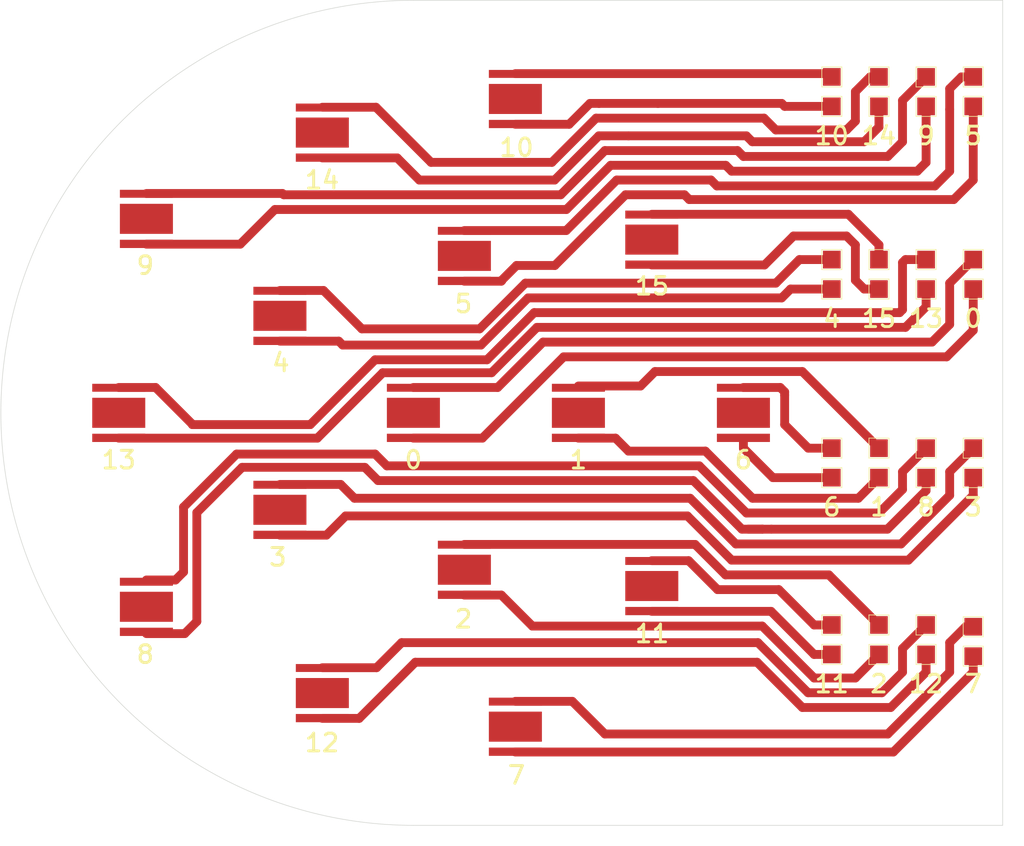
<source format=kicad_pcb>
(kicad_pcb (version 20211014) (generator pcbnew)
  (layers (0 "F.Cu" signal) (31 "B.Cu" signal) (34 "B.Paste" user) (35 "F.Paste" user) (36 "B.SilkS" user "B.Silkscreen") (37 "F.SilkS" user "F.Silkscreen") (38 "B.Mask" user) (39 "F.Mask" user) (44 "Edge.Cuts" user))
  (net 0 "")
  (net 1 "/LED0+")
  (net 2 "/LED0-")
  (net 3 "/LED1+")
  (net 4 "/LED1-")
  (net 5 "/LED2+")
  (net 6 "/LED2-")
  (net 7 "/LED3+")
  (net 8 "/LED3-")
  (net 9 "/LED4+")
  (net 10 "/LED4-")
  (net 11 "/LED5+")
  (net 12 "/LED5-")
  (net 13 "/LED6+")
  (net 14 "/LED6-")
  (net 15 "/LED7+")
  (net 16 "/LED7-")
  (net 17 "/LED8+")
  (net 18 "/LED8-")
  (net 19 "/LED9+")
  (net 20 "/LED9-")
  (net 21 "/LED10+")
  (net 22 "/LED10-")
  (net 23 "/LED11+")
  (net 24 "/LED11-")
  (net 25 "/LED12+")
  (net 26 "/LED12-")
  (net 27 "/LED13+")
  (net 28 "/LED13-")
  (net 29 "/LED14+")
  (net 30 "/LED14-")
  (net 31 "/LED15+")
  (net 32 "/LED15-")
  (footprint "custom_lib:SBM-120-UV" (layer "F.Cu") (at 137.304952 153.259165)
    (fp_text reference "U8" hide)
    (fp_text value "SBM-120-UV")
    (pad "1" smd custom (at 0.00025 -3.92475) (size 9 0.7) (layers "F.Cu" "F.Paste" "F.Mask") (net 15 "/LED7+") (options (clearance outline) (anchor rect)) (primitives (gr_poly (pts (xy 3.8 -0.35) (xy -4.5 -0.35) (xy -4.5 -1) (xy 3.8 -1)) (width 0.001) (fill yes))))
    (pad "2" smd rect (at 0 4.25) (size 9 1.4) (layers "F.Cu" "F.Paste" "F.Mask") (net 16 "/LED7-"))
    (pad "3" smd rect (at 0 0) (size 9 5.1) (layers "F.Cu" "F.Paste" "F.Mask"))
  )
  (footprint "custom_lib:SBM-120-UV" (layer "F.Cu") (at 128.652476 126.629582)
    (fp_text reference "U3" hide)
    (fp_text value "SBM-120-UV")
    (pad "1" smd custom (at 0.00025 -3.92475) (size 9 0.7) (layers "F.Cu" "F.Paste" "F.Mask") (net 5 "/LED2+") (options (clearance outline) (anchor rect)) (primitives (gr_poly (pts (xy 3.8 -0.35) (xy -4.5 -0.35) (xy -4.5 -1) (xy 3.8 -1)) (width 0.001) (fill yes))))
    (pad "2" smd rect (at 0 4.25) (size 9 1.4) (layers "F.Cu" "F.Paste" "F.Mask") (net 6 "/LED2-"))
    (pad "3" smd rect (at 0 0) (size 9 5.1) (layers "F.Cu" "F.Paste" "F.Mask"))
  )
  (footprint "TestPoint:TestPoint_Pad_3.0x3.0mm" (layer "F.Cu") (at 207 43)
    (fp_text reference "J19" hide)
    (fp_text value "LED9+")
    (fp_line (start -1.7 -1.7) (end 1.7 -1.7) (layer "F.SilkS") (width 0.12))
    (fp_line (start 1.7 1.7) (end -1.7 1.7) (layer "F.SilkS") (width 0.12))
    (fp_line (start -1.7 1.7) (end -1.7 -1.7) (layer "F.SilkS") (width 0.12))
    (fp_line (start 1.7 -1.7) (end 1.7 1.7) (layer "F.SilkS") (width 0.12))
    (pad "1" smd rect (at 0 0) (size 3 3) (layers "F.Cu" "F.Mask") (net 19 "/LED9+"))
  )
  (footprint "MountingHole:MountingHole_3.2mm_M3" (layer "F.Cu") (at 114 76)
    (fp_text reference "H10" hide)
    (fp_text value "MountingHole")
    (pad "" np_thru_hole circle (at 0 0) (size 3.2 3.2) (drill 3.2) (layers *.Cu *.Mask))
  )
  (footprint "custom_lib:SBM-120-UV" (layer "F.Cu") (at 120 100)
    (fp_text reference "U1" hide)
    (fp_text value "SBM-120-UV")
    (pad "1" smd custom (at 0.00025 -3.92475) (size 9 0.7) (layers "F.Cu" "F.Paste" "F.Mask") (net 1 "/LED0+") (options (clearance outline) (anchor rect)) (primitives (gr_poly (pts (xy 3.8 -0.35) (xy -4.5 -0.35) (xy -4.5 -1) (xy 3.8 -1)) (width 0.001) (fill yes))))
    (pad "2" smd rect (at 0 4.25) (size 9 1.4) (layers "F.Cu" "F.Paste" "F.Mask") (net 2 "/LED0-"))
    (pad "3" smd rect (at 0 0) (size 9 5.1) (layers "F.Cu" "F.Paste" "F.Mask"))
  )
  (footprint "custom_lib:SBM-120-UV" (layer "F.Cu") (at 104.54915 52.447174)
    (fp_text reference "U15" hide)
    (fp_text value "SBM-120-UV")
    (pad "1" smd custom (at 0.00025 -3.92475) (size 9 0.7) (layers "F.Cu" "F.Paste" "F.Mask") (net 29 "/LED14+") (options (clearance outline) (anchor rect)) (primitives (gr_poly (pts (xy 3.8 -0.35) (xy -4.5 -0.35) (xy -4.5 -1) (xy 3.8 -1)) (width 0.001) (fill yes))))
    (pad "2" smd rect (at 0 4.25) (size 9 1.4) (layers "F.Cu" "F.Paste" "F.Mask") (net 30 "/LED14-"))
    (pad "3" smd rect (at 0 0) (size 9 5.1) (layers "F.Cu" "F.Paste" "F.Mask"))
  )
  (footprint "MountingHole:MountingHole_3.2mm_M3" (layer "F.Cu") (at 120 165)
    (fp_text reference "H7" hide)
    (fp_text value "MountingHole")
    (pad "" np_thru_hole circle (at 0 0) (size 3.2 3.2) (drill 3.2) (layers *.Cu *.Mask))
  )
  (footprint "TestPoint:TestPoint_Pad_3.0x3.0mm" (layer "F.Cu") (at 191 43)
    (fp_text reference "J21" hide)
    (fp_text value "LED10+")
    (fp_line (start 1.7 1.7) (end -1.7 1.7) (layer "F.SilkS") (width 0.12))
    (fp_line (start 1.7 -1.7) (end 1.7 1.7) (layer "F.SilkS") (width 0.12))
    (fp_line (start -1.7 1.7) (end -1.7 -1.7) (layer "F.SilkS") (width 0.12))
    (fp_line (start -1.7 -1.7) (end 1.7 -1.7) (layer "F.SilkS") (width 0.12))
    (pad "1" smd rect (at 0 0) (size 3 3) (layers "F.Cu" "F.Mask") (net 21 "/LED10+"))
  )
  (footprint "custom_lib:SBM-120-UV" (layer "F.Cu") (at 148 100)
    (fp_text reference "U2" hide)
    (fp_text value "SBM-120-UV")
    (pad "1" smd custom (at 0.00025 -3.92475) (size 9 0.7) (layers "F.Cu" "F.Paste" "F.Mask") (net 3 "/LED1+") (options (clearance outline) (anchor rect)) (primitives (gr_poly (pts (xy 3.8 -0.35) (xy -4.5 -0.35) (xy -4.5 -1) (xy 3.8 -1)) (width 0.001) (fill yes))))
    (pad "2" smd rect (at 0 4.25) (size 9 1.4) (layers "F.Cu" "F.Paste" "F.Mask") (net 4 "/LED1-"))
    (pad "3" smd rect (at 0 0) (size 9 5.1) (layers "F.Cu" "F.Paste" "F.Mask"))
  )
  (footprint "MountingHole:MountingHole_3.2mm_M3" (layer "F.Cu") (at 74.038059 145.961941)
    (fp_text reference "H8" hide)
    (fp_text value "MountingHole")
    (pad "" np_thru_hole circle (at 0 0) (size 3.2 3.2) (drill 3.2) (layers *.Cu *.Mask))
  )
  (footprint "custom_lib:SBM-120-UV" (layer "F.Cu") (at 70 100)
    (fp_text reference "U14" hide)
    (fp_text value "SBM-120-UV")
    (pad "1" smd custom (at 0.00025 -3.92475) (size 9 0.7) (layers "F.Cu" "F.Paste" "F.Mask") (net 27 "/LED13+") (options (clearance outline) (anchor rect)) (primitives (gr_poly (pts (xy 3.8 -0.35) (xy -4.5 -0.35) (xy -4.5 -1) (xy 3.8 -1)) (width 0.001) (fill yes))))
    (pad "2" smd rect (at 0 4.25) (size 9 1.4) (layers "F.Cu" "F.Paste" "F.Mask") (net 28 "/LED13-"))
    (pad "3" smd rect (at 0 0) (size 9 5.1) (layers "F.Cu" "F.Paste" "F.Mask"))
  )
  (footprint "TestPoint:TestPoint_Pad_3.0x3.0mm" (layer "F.Cu") (at 215 136.3)
    (fp_text reference "J15" hide)
    (fp_text value "LED7+")
    (fp_line (start 1.7 1.7) (end -1.7 1.7) (layer "F.SilkS") (width 0.12))
    (fp_line (start -1.7 -1.7) (end 1.7 -1.7) (layer "F.SilkS") (width 0.12))
    (fp_line (start -1.7 1.7) (end -1.7 -1.7) (layer "F.SilkS") (width 0.12))
    (fp_line (start 1.7 -1.7) (end 1.7 1.7) (layer "F.SilkS") (width 0.12))
    (pad "1" smd rect (at 0 0) (size 3 3) (layers "F.Cu" "F.Mask") (net 15 "/LED7+"))
  )
  (footprint "TestPoint:TestPoint_Pad_3.0x3.0mm" (layer "F.Cu") (at 199 48)
    (fp_text reference "J30" hide)
    (fp_text value "LED14-")
    (fp_line (start 1.7 -1.7) (end 1.7 1.7) (layer "F.SilkS") (width 0.12))
    (fp_line (start 1.7 1.7) (end -1.7 1.7) (layer "F.SilkS") (width 0.12))
    (fp_line (start -1.7 1.7) (end -1.7 -1.7) (layer "F.SilkS") (width 0.12))
    (fp_line (start -1.7 -1.7) (end 1.7 -1.7) (layer "F.SilkS") (width 0.12))
    (pad "1" smd rect (at 0 0) (size 3 3) (layers "F.Cu" "F.Mask") (net 30 "/LED14-"))
  )
  (footprint "TestPoint:TestPoint_Pad_3.0x3.0mm" (layer "F.Cu") (at 199 111)
    (fp_text reference "J4" hide)
    (fp_text value "LED1-")
    (fp_line (start 1.7 1.7) (end -1.7 1.7) (layer "F.SilkS") (width 0.12))
    (fp_line (start 1.7 -1.7) (end 1.7 1.7) (layer "F.SilkS") (width 0.12))
    (fp_line (start -1.7 1.7) (end -1.7 -1.7) (layer "F.SilkS") (width 0.12))
    (fp_line (start -1.7 -1.7) (end 1.7 -1.7) (layer "F.SilkS") (width 0.12))
    (pad "1" smd rect (at 0 0) (size 3 3) (layers "F.Cu" "F.Mask") (net 4 "/LED1-"))
  )
  (footprint "MountingHole:MountingHole_3.2mm_M3" (layer "F.Cu") (at 215 35)
    (fp_text reference "H2" hide)
    (fp_text value "MountingHole")
    (pad "" np_thru_hole circle (at 0 0) (size 3.2 3.2) (drill 3.2) (layers *.Cu *.Mask))
  )
  (footprint "TestPoint:TestPoint_Pad_3.0x3.0mm" (layer "F.Cu") (at 191 106)
    (fp_text reference "J13" hide)
    (fp_text value "LED6+")
    (fp_line (start -1.7 -1.7) (end 1.7 -1.7) (layer "F.SilkS") (width 0.12))
    (fp_line (start 1.7 -1.7) (end 1.7 1.7) (layer "F.SilkS") (width 0.12))
    (fp_line (start 1.7 1.7) (end -1.7 1.7) (layer "F.SilkS") (width 0.12))
    (fp_line (start -1.7 1.7) (end -1.7 -1.7) (layer "F.SilkS") (width 0.12))
    (pad "1" smd rect (at 0 0) (size 3 3) (layers "F.Cu" "F.Mask") (net 13 "/LED6+"))
  )
  (footprint "TestPoint:TestPoint_Pad_3.0x3.0mm" (layer "F.Cu") (at 191 48)
    (fp_text reference "J22" hide)
    (fp_text value "LED10-")
    (fp_line (start 1.7 1.7) (end -1.7 1.7) (layer "F.SilkS") (width 0.12))
    (fp_line (start -1.7 -1.7) (end 1.7 -1.7) (layer "F.SilkS") (width 0.12))
    (fp_line (start 1.7 -1.7) (end 1.7 1.7) (layer "F.SilkS") (width 0.12))
    (fp_line (start -1.7 1.7) (end -1.7 -1.7) (layer "F.SilkS") (width 0.12))
    (pad "1" smd rect (at 0 0) (size 3 3) (layers "F.Cu" "F.Mask") (net 22 "/LED10-"))
  )
  (footprint "TestPoint:TestPoint_Pad_3.0x3.0mm" (layer "F.Cu") (at 215 79)
    (fp_text reference "J2" hide)
    (fp_text value "LED0-")
    (fp_line (start -1.7 -1.7) (end 1.7 -1.7) (layer "F.SilkS") (width 0.12))
    (fp_line (start -1.7 1.7) (end -1.7 -1.7) (layer "F.SilkS") (width 0.12))
    (fp_line (start 1.7 -1.7) (end 1.7 1.7) (layer "F.SilkS") (width 0.12))
    (fp_line (start 1.7 1.7) (end -1.7 1.7) (layer "F.SilkS") (width 0.12))
    (pad "1" smd rect (at 0 0) (size 3 3) (layers "F.Cu" "F.Mask") (net 2 "/LED0-"))
  )
  (footprint "TestPoint:TestPoint_Pad_3.0x3.0mm" (layer "F.Cu") (at 215 106)
    (fp_text reference "J7" hide)
    (fp_text value "LED3+")
    (fp_line (start -1.7 -1.7) (end 1.7 -1.7) (layer "F.SilkS") (width 0.12))
    (fp_line (start 1.7 1.7) (end -1.7 1.7) (layer "F.SilkS") (width 0.12))
    (fp_line (start -1.7 1.7) (end -1.7 -1.7) (layer "F.SilkS") (width 0.12))
    (fp_line (start 1.7 -1.7) (end 1.7 1.7) (layer "F.SilkS") (width 0.12))
    (pad "1" smd rect (at 0 0) (size 3 3) (layers "F.Cu" "F.Mask") (net 7 "/LED3+"))
  )
  (footprint "MountingHole:MountingHole_3.2mm_M3" (layer "F.Cu") (at 55 100)
    (fp_text reference "H1" hide)
    (fp_text value "MountingHole")
    (pad "" np_thru_hole circle (at 0 0) (size 3.2 3.2) (drill 3.2) (layers *.Cu *.Mask))
  )
  (footprint "custom_lib:SBM-120-UV" (layer "F.Cu") (at 97.347524 83.542013)
    (fp_text reference "U5" hide)
    (fp_text value "SBM-120-UV")
    (pad "1" smd custom (at 0.00025 -3.92475) (size 9 0.7) (layers "F.Cu" "F.Paste" "F.Mask") (net 9 "/LED4+") (options (clearance outline) (anchor rect)) (primitives (gr_poly (pts (xy 3.8 -0.35) (xy -4.5 -0.35) (xy -4.5 -1) (xy 3.8 -1)) (width 0.001) (fill yes))))
    (pad "2" smd rect (at 0 4.25) (size 9 1.4) (layers "F.Cu" "F.Paste" "F.Mask") (net 10 "/LED4-"))
    (pad "3" smd rect (at 0 0) (size 9 5.1) (layers "F.Cu" "F.Paste" "F.Mask"))
  )
  (footprint "MountingHole:MountingHole_3.2mm_M3" (layer "F.Cu") (at 162 100)
    (fp_text reference "H9" hide)
    (fp_text value "MountingHole")
    (pad "" np_thru_hole circle (at 0 0) (size 3.2 3.2) (drill 3.2) (layers *.Cu *.Mask))
  )
  (footprint "TestPoint:TestPoint_Pad_3.0x3.0mm" (layer "F.Cu") (at 215 141.3)
    (fp_text reference "J16" hide)
    (fp_text value "LED7-")
    (fp_line (start 1.7 -1.7) (end 1.7 1.7) (layer "F.SilkS") (width 0.12))
    (fp_line (start 1.7 1.7) (end -1.7 1.7) (layer "F.SilkS") (width 0.12))
    (fp_line (start -1.7 -1.7) (end 1.7 -1.7) (layer "F.SilkS") (width 0.12))
    (fp_line (start -1.7 1.7) (end -1.7 -1.7) (layer "F.SilkS") (width 0.12))
    (pad "1" smd rect (at 0 0) (size 3 3) (layers "F.Cu" "F.Mask") (net 16 "/LED7-"))
  )
  (footprint "MountingHole:MountingHole_3.2mm_M3" (layer "F.Cu") (at 191 165)
    (fp_text reference "H6" hide)
    (fp_text value "MountingHole")
    (pad "" np_thru_hole circle (at 0 0) (size 3.2 3.2) (drill 3.2) (layers *.Cu *.Mask))
  )
  (footprint "custom_lib:SBM-120-UV" (layer "F.Cu") (at 137.304952 46.740835)
    (fp_text reference "U11" hide)
    (fp_text value "SBM-120-UV")
    (pad "1" smd custom (at 0.00025 -3.92475) (size 9 0.7) (layers "F.Cu" "F.Paste" "F.Mask") (net 21 "/LED10+") (options (clearance outline) (anchor rect)) (primitives (gr_poly (pts (xy 3.8 -0.35) (xy -4.5 -0.35) (xy -4.5 -1) (xy 3.8 -1)) (width 0.001) (fill yes))))
    (pad "2" smd rect (at 0 4.25) (size 9 1.4) (layers "F.Cu" "F.Paste" "F.Mask") (net 22 "/LED10-"))
    (pad "3" smd rect (at 0 0) (size 9 5.1) (layers "F.Cu" "F.Paste" "F.Mask"))
  )
  (footprint "custom_lib:SBM-120-UV" (layer "F.Cu") (at 128.652476 73.370418)
    (fp_text reference "U6" hide)
    (fp_text value "SBM-120-UV")
    (pad "1" smd custom (at 0.00025 -3.92475) (size 9 0.7) (layers "F.Cu" "F.Paste" "F.Mask") (net 11 "/LED5+") (options (clearance outline) (anchor rect)) (primitives (gr_poly (pts (xy 3.8 -0.35) (xy -4.5 -0.35) (xy -4.5 -1) (xy 3.8 -1)) (width 0.001) (fill yes))))
    (pad "2" smd rect (at 0 4.25) (size 9 1.4) (layers "F.Cu" "F.Paste" "F.Mask") (net 12 "/LED5-"))
    (pad "3" smd rect (at 0 0) (size 9 5.1) (layers "F.Cu" "F.Paste" "F.Mask"))
  )
  (footprint "MountingHole:MountingHole_3.2mm_M3" (layer "F.Cu") (at 215 165)
    (fp_text reference "H3" hide)
    (fp_text value "MountingHole")
    (pad "" np_thru_hole circle (at 0 0) (size 3.2 3.2) (drill 3.2) (layers *.Cu *.Mask))
  )
  (footprint "TestPoint:TestPoint_Pad_3.0x3.0mm" (layer "F.Cu") (at 207 79)
    (fp_text reference "J28" hide)
    (fp_text value "LED13-")
    (fp_line (start 1.7 -1.7) (end 1.7 1.7) (layer "F.SilkS") (width 0.12))
    (fp_line (start -1.7 -1.7) (end 1.7 -1.7) (layer "F.SilkS") (width 0.12))
    (fp_line (start 1.7 1.7) (end -1.7 1.7) (layer "F.SilkS") (width 0.12))
    (fp_line (start -1.7 1.7) (end -1.7 -1.7) (layer "F.SilkS") (width 0.12))
    (pad "1" smd rect (at 0 0) (size 3 3) (layers "F.Cu" "F.Mask") (net 28 "/LED13-"))
  )
  (footprint "TestPoint:TestPoint_Pad_3.0x3.0mm" (layer "F.Cu") (at 207 74)
    (fp_text reference "J27" hide)
    (fp_text value "LED13+")
    (fp_line (start 1.7 1.7) (end -1.7 1.7) (layer "F.SilkS") (width 0.12))
    (fp_line (start -1.7 1.7) (end -1.7 -1.7) (layer "F.SilkS") (width 0.12))
    (fp_line (start 1.7 -1.7) (end 1.7 1.7) (layer "F.SilkS") (width 0.12))
    (fp_line (start -1.7 -1.7) (end 1.7 -1.7) (layer "F.SilkS") (width 0.12))
    (pad "1" smd rect (at 0 0) (size 3 3) (layers "F.Cu" "F.Mask") (net 27 "/LED13+"))
  )
  (footprint "TestPoint:TestPoint_Pad_3.0x3.0mm" (layer "F.Cu") (at 207 111)
    (fp_text reference "J18" hide)
    (fp_text value "LED8-")
    (fp_line (start -1.7 1.7) (end -1.7 -1.7) (layer "F.SilkS") (width 0.12))
    (fp_line (start 1.7 -1.7) (end 1.7 1.7) (layer "F.SilkS") (width 0.12))
    (fp_line (start -1.7 -1.7) (end 1.7 -1.7) (layer "F.SilkS") (width 0.12))
    (fp_line (start 1.7 1.7) (end -1.7 1.7) (layer "F.SilkS") (width 0.12))
    (pad "1" smd rect (at 0 0) (size 3 3) (layers "F.Cu" "F.Mask") (net 18 "/LED8-"))
  )
  (footprint "TestPoint:TestPoint_Pad_3.0x3.0mm" (layer "F.Cu") (at 207 136)
    (fp_text reference "J25" hide)
    (fp_text value "LED12+")
    (fp_line (start -1.7 1.7) (end -1.7 -1.7) (layer "F.SilkS") (width 0.12))
    (fp_line (start -1.7 -1.7) (end 1.7 -1.7) (layer "F.SilkS") (width 0.12))
    (fp_line (start 1.7 -1.7) (end 1.7 1.7) (layer "F.SilkS") (width 0.12))
    (fp_line (start 1.7 1.7) (end -1.7 1.7) (layer "F.SilkS") (width 0.12))
    (pad "1" smd rect (at 0 0) (size 3 3) (layers "F.Cu" "F.Mask") (net 25 "/LED12+"))
  )
  (footprint "TestPoint:TestPoint_Pad_3.0x3.0mm" (layer "F.Cu") (at 191 74)
    (fp_text reference "J9" hide)
    (fp_text value "LED4+")
    (fp_line (start -1.7 1.7) (end -1.7 -1.7) (layer "F.SilkS") (width 0.12))
    (fp_line (start 1.7 -1.7) (end 1.7 1.7) (layer "F.SilkS") (width 0.12))
    (fp_line (start -1.7 -1.7) (end 1.7 -1.7) (layer "F.SilkS") (width 0.12))
    (fp_line (start 1.7 1.7) (end -1.7 1.7) (layer "F.SilkS") (width 0.12))
    (pad "1" smd rect (at 0 0) (size 3 3) (layers "F.Cu" "F.Mask") (net 9 "/LED4+"))
  )
  (footprint "TestPoint:TestPoint_Pad_3.0x3.0mm" (layer "F.Cu") (at 199 74)
    (fp_text reference "J31" hide)
    (fp_text value "LED15+")
    (fp_line (start -1.7 -1.7) (end 1.7 -1.7) (layer "F.SilkS") (width 0.12))
    (fp_line (start 1.7 -1.7) (end 1.7 1.7) (layer "F.SilkS") (width 0.12))
    (fp_line (start -1.7 1.7) (end -1.7 -1.7) (layer "F.SilkS") (width 0.12))
    (fp_line (start 1.7 1.7) (end -1.7 1.7) (layer "F.SilkS") (width 0.12))
    (pad "1" smd rect (at 0 0) (size 3 3) (layers "F.Cu" "F.Mask") (net 31 "/LED15+"))
  )
  (footprint "TestPoint:TestPoint_Pad_3.0x3.0mm" (layer "F.Cu") (at 199 106)
    (fp_text reference "J3" hide)
    (fp_text value "LED1+")
    (fp_line (start -1.7 -1.7) (end 1.7 -1.7) (layer "F.SilkS") (width 0.12))
    (fp_line (start 1.7 1.7) (end -1.7 1.7) (layer "F.SilkS") (width 0.12))
    (fp_line (start 1.7 -1.7) (end 1.7 1.7) (layer "F.SilkS") (width 0.12))
    (fp_line (start -1.7 1.7) (end -1.7 -1.7) (layer "F.SilkS") (width 0.12))
    (pad "1" smd rect (at 0 0) (size 3 3) (layers "F.Cu" "F.Mask") (net 3 "/LED1+"))
  )
  (footprint "TestPoint:TestPoint_Pad_3.0x3.0mm" (layer "F.Cu") (at 191 111)
    (fp_text reference "J14" hide)
    (fp_text value "LED6-")
    (fp_line (start 1.7 -1.7) (end 1.7 1.7) (layer "F.SilkS") (width 0.12))
    (fp_line (start -1.7 -1.7) (end 1.7 -1.7) (layer "F.SilkS") (width 0.12))
    (fp_line (start 1.7 1.7) (end -1.7 1.7) (layer "F.SilkS") (width 0.12))
    (fp_line (start -1.7 1.7) (end -1.7 -1.7) (layer "F.SilkS") (width 0.12))
    (pad "1" smd rect (at 0 0) (size 3 3) (layers "F.Cu" "F.Mask") (net 14 "/LED6-"))
  )
  (footprint "TestPoint:TestPoint_Pad_3.0x3.0mm" (layer "F.Cu") (at 199 136)
    (fp_text reference "J5" hide)
    (fp_text value "LED2+")
    (fp_line (start 1.7 1.7) (end -1.7 1.7) (layer "F.SilkS") (width 0.12))
    (fp_line (start -1.7 1.7) (end -1.7 -1.7) (layer "F.SilkS") (width 0.12))
    (fp_line (start 1.7 -1.7) (end 1.7 1.7) (layer "F.SilkS") (width 0.12))
    (fp_line (start -1.7 -1.7) (end 1.7 -1.7) (layer "F.SilkS") (width 0.12))
    (pad "1" smd rect (at 0 0) (size 3 3) (layers "F.Cu" "F.Mask") (net 5 "/LED2+"))
  )
  (footprint "TestPoint:TestPoint_Pad_3.0x3.0mm" (layer "F.Cu") (at 215 74)
    (fp_text reference "J1" hide)
    (fp_text value "LED0+")
    (fp_line (start 1.7 -1.7) (end 1.7 1.7) (layer "F.SilkS") (width 0.12))
    (fp_line (start -1.7 -1.7) (end 1.7 -1.7) (layer "F.SilkS") (width 0.12))
    (fp_line (start -1.7 1.7) (end -1.7 -1.7) (layer "F.SilkS") (width 0.12))
    (fp_line (start 1.7 1.7) (end -1.7 1.7) (layer "F.SilkS") (width 0.12))
    (pad "1" smd rect (at 0 0) (size 3 3) (layers "F.Cu" "F.Mask") (net 1 "/LED0+"))
  )
  (footprint "TestPoint:TestPoint_Pad_3.0x3.0mm" (layer "F.Cu") (at 207 141)
    (fp_text reference "J26" hide)
    (fp_text value "LED12-")
    (fp_line (start -1.7 -1.7) (end 1.7 -1.7) (layer "F.SilkS") (width 0.12))
    (fp_line (start 1.7 -1.7) (end 1.7 1.7) (layer "F.SilkS") (width 0.12))
    (fp_line (start 1.7 1.7) (end -1.7 1.7) (layer "F.SilkS") (width 0.12))
    (fp_line (start -1.7 1.7) (end -1.7 -1.7) (layer "F.SilkS") (width 0.12))
    (pad "1" smd rect (at 0 0) (size 3 3) (layers "F.Cu" "F.Mask") (net 26 "/LED12-"))
  )
  (footprint "custom_lib:SBM-120-UV" (layer "F.Cu") (at 176 100)
    (fp_text reference "U7" hide)
    (fp_text value "SBM-120-UV")
    (pad "1" smd custom (at 0.00025 -3.92475) (size 9 0.7) (layers "F.Cu" "F.Paste" "F.Mask") (net 13 "/LED6+") (options (clearance outline) (anchor rect)) (primitives (gr_poly (pts (xy 3.8 -0.35) (xy -4.5 -0.35) (xy -4.5 -1) (xy 3.8 -1)) (width 0.001) (fill yes))))
    (pad "2" smd rect (at 0 4.25) (size 9 1.4) (layers "F.Cu" "F.Paste" "F.Mask") (net 14 "/LED6-"))
    (pad "3" smd rect (at 0 0) (size 9 5.1) (layers "F.Cu" "F.Paste" "F.Mask"))
  )
  (footprint "TestPoint:TestPoint_Pad_3.0x3.0mm" (layer "F.Cu") (at 215 48)
    (fp_text reference "J12" hide)
    (fp_text value "LED5-")
    (fp_line (start 1.7 1.7) (end -1.7 1.7) (layer "F.SilkS") (width 0.12))
    (fp_line (start -1.7 -1.7) (end 1.7 -1.7) (layer "F.SilkS") (width 0.12))
    (fp_line (start -1.7 1.7) (end -1.7 -1.7) (layer "F.SilkS") (width 0.12))
    (fp_line (start 1.7 -1.7) (end 1.7 1.7) (layer "F.SilkS") (width 0.12))
    (pad "1" smd rect (at 0 0) (size 3 3) (layers "F.Cu" "F.Mask") (net 12 "/LED5-"))
  )
  (footprint "MountingHole:MountingHole_3.2mm_M3" (layer "F.Cu") (at 74.038059 54.038059)
    (fp_text reference "H12" hide)
    (fp_text value "MountingHole")
    (pad "" np_thru_hole circle (at 0 0) (size 3.2 3.2) (drill 3.2) (layers *.Cu *.Mask))
  )
  (footprint "custom_lib:SBM-120-UV" (layer "F.Cu") (at 74.695048 67.084026)
    (fp_text reference "U10" hide)
    (fp_text value "SBM-120-UV")
    (pad "1" smd custom (at 0.00025 -3.92475) (size 9 0.7) (layers "F.Cu" "F.Paste" "F.Mask") (net 19 "/LED9+") (options (clearance outline) (anchor rect)) (primitives (gr_poly (pts (xy 3.8 -0.35) (xy -4.5 -0.35) (xy -4.5 -1) (xy 3.8 -1)) (width 0.001) (fill yes))))
    (pad "2" smd rect (at 0 4.25) (size 9 1.4) (layers "F.Cu" "F.Paste" "F.Mask") (net 20 "/LED9-"))
    (pad "3" smd rect (at 0 0) (size 9 5.1) (layers "F.Cu" "F.Paste" "F.Mask"))
  )
  (footprint "TestPoint:TestPoint_Pad_3.0x3.0mm" (layer "F.Cu") (at 199 79)
    (fp_text reference "J32" hide)
    (fp_text value "LED15-")
    (fp_line (start 1.7 -1.7) (end 1.7 1.7) (layer "F.SilkS") (width 0.12))
    (fp_line (start 1.7 1.7) (end -1.7 1.7) (layer "F.SilkS") (width 0.12))
    (fp_line (start -1.7 -1.7) (end 1.7 -1.7) (layer "F.SilkS") (width 0.12))
    (fp_line (start -1.7 1.7) (end -1.7 -1.7) (layer "F.SilkS") (width 0.12))
    (pad "1" smd rect (at 0 0) (size 3 3) (layers "F.Cu" "F.Mask") (net 32 "/LED15-"))
  )
  (footprint "TestPoint:TestPoint_Pad_3.0x3.0mm" (layer "F.Cu") (at 199 141)
    (fp_text reference "J6" hide)
    (fp_text value "LED2-")
    (fp_line (start -1.7 -1.7) (end 1.7 -1.7) (layer "F.SilkS") (width 0.12))
    (fp_line (start -1.7 1.7) (end -1.7 -1.7) (layer "F.SilkS") (width 0.12))
    (fp_line (start 1.7 1.7) (end -1.7 1.7) (layer "F.SilkS") (width 0.12))
    (fp_line (start 1.7 -1.7) (end 1.7 1.7) (layer "F.SilkS") (width 0.12))
    (pad "1" smd rect (at 0 0) (size 3 3) (layers "F.Cu" "F.Mask") (net 6 "/LED2-"))
  )
  (footprint "TestPoint:TestPoint_Pad_3.0x3.0mm" (layer "F.Cu") (at 191 141)
    (fp_text reference "J24" hide)
    (fp_text value "LED11-")
    (fp_line (start 1.7 1.7) (end -1.7 1.7) (layer "F.SilkS") (width 0.12))
    (fp_line (start -1.7 -1.7) (end 1.7 -1.7) (layer "F.SilkS") (width 0.12))
    (fp_line (start 1.7 -1.7) (end 1.7 1.7) (layer "F.SilkS") (width 0.12))
    (fp_line (start -1.7 1.7) (end -1.7 -1.7) (layer "F.SilkS") (width 0.12))
    (pad "1" smd rect (at 0 0) (size 3 3) (layers "F.Cu" "F.Mask") (net 24 "/LED11-"))
  )
  (footprint "custom_lib:SBM-120-UV" (layer "F.Cu") (at 104.54915 147.552826)
    (fp_text reference "U13" hide)
    (fp_text value "SBM-120-UV")
    (pad "1" smd custom (at 0.00025 -3.92475) (size 9 0.7) (layers "F.Cu" "F.Paste" "F.Mask") (net 25 "/LED12+") (options (clearance outline) (anchor rect)) (primitives (gr_poly (pts (xy 3.8 -0.35) (xy -4.5 -0.35) (xy -4.5 -1) (xy 3.8 -1)) (width 0.001) (fill yes))))
    (pad "2" smd rect (at 0 4.25) (size 9 1.4) (layers "F.Cu" "F.Paste" "F.Mask") (net 26 "/LED12-"))
    (pad "3" smd rect (at 0 0) (size 9 5.1) (layers "F.Cu" "F.Paste" "F.Mask"))
  )
  (footprint "custom_lib:SBM-120-UV" (layer "F.Cu") (at 160.45085 70.610737)
    (fp_text reference "U16" hide)
    (fp_text value "SBM-120-UV")
    (pad "1" smd custom (at 0.00025 -3.92475) (size 9 0.7) (layers "F.Cu" "F.Paste" "F.Mask") (net 31 "/LED15+") (options (clearance outline) (anchor rect)) (primitives (gr_poly (pts (xy 3.8 -0.35) (xy -4.5 -0.35) (xy -4.5 -1) (xy 3.8 -1)) (width 0.001) (fill yes))))
    (pad "2" smd rect (at 0 4.25) (size 9 1.4) (layers "F.Cu" "F.Paste" "F.Mask") (net 32 "/LED15-"))
    (pad "3" smd rect (at 0 0) (size 9 5.1) (layers "F.Cu" "F.Paste" "F.Mask"))
  )
  (footprint "TestPoint:TestPoint_Pad_3.0x3.0mm" (layer "F.Cu") (at 191 79)
    (fp_text reference "J10" hide)
    (fp_text value "LED4-")
    (fp_line (start 1.7 1.7) (end -1.7 1.7) (layer "F.SilkS") (width 0.12))
    (fp_line (start 1.7 -1.7) (end 1.7 1.7) (layer "F.SilkS") (width 0.12))
    (fp_line (start -1.7 1.7) (end -1.7 -1.7) (layer "F.SilkS") (width 0.12))
    (fp_line (start -1.7 -1.7) (end 1.7 -1.7) (layer "F.SilkS") (width 0.12))
    (pad "1" smd rect (at 0 0) (size 3 3) (layers "F.Cu" "F.Mask") (net 10 "/LED4-"))
  )
  (footprint "TestPoint:TestPoint_Pad_3.0x3.0mm" (layer "F.Cu") (at 199 43)
    (fp_text reference "J29" hide)
    (fp_text value "LED14+")
    (fp_line (start 1.7 -1.7) (end 1.7 1.7) (layer "F.SilkS") (width 0.12))
    (fp_line (start 1.7 1.7) (end -1.7 1.7) (layer "F.SilkS") (width 0.12))
    (fp_line (start -1.7 -1.7) (end 1.7 -1.7) (layer "F.SilkS") (width 0.12))
    (fp_line (start -1.7 1.7) (end -1.7 -1.7) (layer "F.SilkS") (width 0.12))
    (pad "1" smd rect (at 0 0) (size 3 3) (layers "F.Cu" "F.Mask") (net 29 "/LED14+"))
  )
  (footprint "TestPoint:TestPoint_Pad_3.0x3.0mm" (layer "F.Cu") (at 191 136)
    (fp_text reference "J23" hide)
    (fp_text value "LED11+")
    (fp_line (start 1.7 1.7) (end -1.7 1.7) (layer "F.SilkS") (width 0.12))
    (fp_line (start 1.7 -1.7) (end 1.7 1.7) (layer "F.SilkS") (width 0.12))
    (fp_line (start -1.7 -1.7) (end 1.7 -1.7) (layer "F.SilkS") (width 0.12))
    (fp_line (start -1.7 1.7) (end -1.7 -1.7) (layer "F.SilkS") (width 0.12))
    (pad "1" smd rect (at 0 0) (size 3 3) (layers "F.Cu" "F.Mask") (net 23 "/LED11+"))
  )
  (footprint "TestPoint:TestPoint_Pad_3.0x3.0mm" (layer "F.Cu") (at 215 111)
    (fp_text reference "J8" hide)
    (fp_text value "LED3-")
    (fp_line (start -1.7 -1.7) (end 1.7 -1.7) (layer "F.SilkS") (width 0.12))
    (fp_line (start -1.7 1.7) (end -1.7 -1.7) (layer "F.SilkS") (width 0.12))
    (fp_line (start 1.7 1.7) (end -1.7 1.7) (layer "F.SilkS") (width 0.12))
    (fp_line (start 1.7 -1.7) (end 1.7 1.7) (layer "F.SilkS") (width 0.12))
    (pad "1" smd rect (at 0 0) (size 3 3) (layers "F.Cu" "F.Mask") (net 8 "/LED3-"))
  )
  (footprint "custom_lib:SBM-120-UV" (layer "F.Cu") (at 97.347524 116.457987)
    (fp_text reference "U4" hide)
    (fp_text value "SBM-120-UV")
    (pad "1" smd custom (at 0.00025 -3.92475) (size 9 0.7) (layers "F.Cu" "F.Paste" "F.Mask") (net 7 "/LED3+") (options (clearance outline) (anchor rect)) (primitives (gr_poly (pts (xy 3.8 -0.35) (xy -4.5 -0.35) (xy -4.5 -1) (xy 3.8 -1)) (width 0.001) (fill yes))))
    (pad "2" smd rect (at 0 4.25) (size 9 1.4) (layers "F.Cu" "F.Paste" "F.Mask") (net 8 "/LED3-"))
    (pad "3" smd rect (at 0 0) (size 9 5.1) (layers "F.Cu" "F.Paste" "F.Mask"))
  )
  (footprint "custom_lib:SBM-120-UV" (layer "F.Cu") (at 160.45085 129.389263)
    (fp_text reference "U12" hide)
    (fp_text value "SBM-120-UV")
    (pad "1" smd custom (at 0.00025 -3.92475) (size 9 0.7) (layers "F.Cu" "F.Paste" "F.Mask") (net 23 "/LED11+") (options (clearance outline) (anchor rect)) (primitives (gr_poly (pts (xy 3.8 -0.35) (xy -4.5 -0.35) (xy -4.5 -1) (xy 3.8 -1)) (width 0.001) (fill yes))))
    (pad "2" smd rect (at 0 4.25) (size 9 1.4) (layers "F.Cu" "F.Paste" "F.Mask") (net 24 "/LED11-"))
    (pad "3" smd rect (at 0 0) (size 9 5.1) (layers "F.Cu" "F.Paste" "F.Mask"))
  )
  (footprint "TestPoint:TestPoint_Pad_3.0x3.0mm" (layer "F.Cu") (at 215 43)
    (fp_text reference "J11" hide)
    (fp_text value "LED5+")
    (fp_line (start -1.7 -1.7) (end 1.7 -1.7) (layer "F.SilkS") (width 0.12))
    (fp_line (start -1.7 1.7) (end -1.7 -1.7) (layer "F.SilkS") (width 0.12))
    (fp_line (start 1.7 -1.7) (end 1.7 1.7) (layer "F.SilkS") (width 0.12))
    (fp_line (start 1.7 1.7) (end -1.7 1.7) (layer "F.SilkS") (width 0.12))
    (pad "1" smd rect (at 0 0) (size 3 3) (layers "F.Cu" "F.Mask") (net 11 "/LED5+"))
  )
  (footprint "MountingHole:MountingHole_3.2mm_M3" (layer "F.Cu") (at 191 35)
    (fp_text reference "H4" hide)
    (fp_text value "MountingHole")
    (pad "" np_thru_hole circle (at 0 0) (size 3.2 3.2) (drill 3.2) (layers *.Cu *.Mask))
  )
  (footprint "custom_lib:SBM-120-UV" (layer "F.Cu") (at 74.695048 132.915974)
    (fp_text reference "U9" hide)
    (fp_text value "SBM-120-UV")
    (pad "1" smd custom (at 0.00025 -3.92475) (size 9 0.7) (layers "F.Cu" "F.Paste" "F.Mask") (net 17 "/LED8+") (options (clearance outline) (anchor rect)) (primitives (gr_poly (pts (xy 3.8 -0.35) (xy -4.5 -0.35) (xy -4.5 -1) (xy 3.8 -1)) (width 0.001) (fill yes))))
    (pad "2" smd rect (at 0 4.25) (size 9 1.4) (layers "F.Cu" "F.Paste" "F.Mask") (net 18 "/LED8-"))
    (pad "3" smd rect (at 0 0) (size 9 5.1) (layers "F.Cu" "F.Paste" "F.Mask"))
  )
  (footprint "TestPoint:TestPoint_Pad_3.0x3.0mm" (layer "F.Cu") (at 207 48)
    (fp_text reference "J20" hide)
    (fp_text value "LED9-")
    (fp_line (start 1.7 -1.7) (end 1.7 1.7) (layer "F.SilkS") (width 0.12))
    (fp_line (start -1.7 -1.7) (end 1.7 -1.7) (layer "F.SilkS") (width 0.12))
    (fp_line (start 1.7 1.7) (end -1.7 1.7) (layer "F.SilkS") (width 0.12))
    (fp_line (start -1.7 1.7) (end -1.7 -1.7) (layer "F.SilkS") (width 0.12))
    (pad "1" smd rect (at 0 0) (size 3 3) (layers "F.Cu" "F.Mask") (net 20 "/LED9-"))
  )
  (footprint "MountingHole:MountingHole_3.2mm_M3" (layer "F.Cu") (at 114 124)
    (fp_text reference "H11" hide)
    (fp_text value "MountingHole")
    (pad "" np_thru_hole circle (at 0 0) (size 3.2 3.2) (drill 3.2) (layers *.Cu *.Mask))
  )
  (footprint "MountingHole:MountingHole_3.2mm_M3" (layer "F.Cu") (at 120 35)
    (fp_text reference "H5" hide)
    (fp_text value "MountingHole")
    (pad "" np_thru_hole circle (at 0 0) (size 3.2 3.2) (drill 3.2) (layers *.Cu *.Mask))
  )
  (footprint "TestPoint:TestPoint_Pad_3.0x3.0mm" (layer "F.Cu") (at 207 106)
    (fp_text reference "J17" hide)
    (fp_text value "LED8+")
    (fp_line (start 1.7 -1.7) (end 1.7 1.7) (layer "F.SilkS") (width 0.12))
    (fp_line (start -1.7 -1.7) (end 1.7 -1.7) (layer "F.SilkS") (width 0.12))
    (fp_line (start -1.7 1.7) (end -1.7 -1.7) (layer "F.SilkS") (width 0.12))
    (fp_line (start 1.7 1.7) (end -1.7 1.7) (layer "F.SilkS") (width 0.12))
    (pad "1" smd rect (at 0 0) (size 3 3) (layers "F.Cu" "F.Mask") (net 17 "/LED8+"))
  )
  (gr_line (start 220 30) (end 220 170) (layer "Edge.Cuts") (width 0.1))
  (gr_arc (start 120 170) (mid 50 100) (end 120 30) (layer "Edge.Cuts") (width 0.1))
  (gr_line (start 220 170) (end 120 170) (layer "Edge.Cuts") (width 0.1))
  (gr_line (start 120 30) (end 220 30) (layer "Edge.Cuts") (width 0.1))
  (gr_text "10" (at 137.5 55) (layer "F.SilkS") (effects (font (size 3 3) (thickness 0.5))))
  (gr_text "2" (at 199 146) (layer "F.SilkS") (effects (font (size 3 3) (thickness 0.5))))
  (gr_text "5" (at 215 53) (layer "F.SilkS") (effects (font (size 3 3) (thickness 0.5))))
  (gr_text "7" (at 137.5 161.5) (layer "F.SilkS") (effects (font (size 3 3) (thickness 0.5))))
  (gr_text "2" (at 128.5 135) (layer "F.SilkS") (effects (font (size 3 3) (thickness 0.5))))
  (gr_text "11" (at 191 146) (layer "F.SilkS") (effects (font (size 3 3) (thickness 0.5))))
  (gr_text "6" (at 191 116) (layer "F.SilkS") (effects (font (size 3 3) (thickness 0.5))))
  (gr_text "5" (at 128.5 81.5) (layer "F.SilkS") (effects (font (size 3 3) (thickness 0.5))))
  (gr_text "6" (at 176 108) (layer "F.SilkS") (effects (font (size 3 3) (thickness 0.5))))
  (gr_text "4" (at 97.5 91.5) (layer "F.SilkS") (effects (font (size 3 3) (thickness 0.5))))
  (gr_text "1" (at 199 116) (layer "F.SilkS") (effects (font (size 3 3) (thickness 0.5))))
  (gr_text "0" (at 215 84) (layer "F.SilkS") (effects (font (size 3 3) (thickness 0.5))))
  (gr_text "13" (at 70 108) (layer "F.SilkS") (effects (font (size 3 3) (thickness 0.5))))
  (gr_text "15" (at 199 84) (layer "F.SilkS") (effects (font (size 3 3) (thickness 0.5))))
  (gr_text "13" (at 207 84) (layer "F.SilkS") (effects (font (size 3 3) (thickness 0.5))))
  (gr_text "3" (at 97 124.5) (layer "F.SilkS") (effects (font (size 3 3) (thickness 0.5))))
  (gr_text "3" (at 215 116) (layer "F.SilkS") (effects (font (size 3 3) (thickness 0.5))))
  (gr_text "7" (at 215 146) (layer "F.SilkS") (effects (font (size 3 3) (thickness 0.5))))
  (gr_text "12" (at 207 146) (layer "F.SilkS") (effects (font (size 3 3) (thickness 0.5))))
  (gr_text "12" (at 104.5 156) (layer "F.SilkS") (effects (font (size 3 3) (thickness 0.5))))
  (gr_text "8" (at 74.5 141) (layer "F.SilkS") (effects (font (size 3 3) (thickness 0.5))))
  (gr_text "10" (at 191 53) (layer "F.SilkS") (effects (font (size 3 3) (thickness 0.5))))
  (gr_text "0" (at 120 108) (layer "F.SilkS") (effects (font (size 3 3) (thickness 0.5))))
  (gr_text "15" (at 160.5 78.5) (layer "F.SilkS") (effects (font (size 3 3) (thickness 0.5))))
  (gr_text "9" (at 74.5 75) (layer "F.SilkS") (effects (font (size 3 3) (thickness 0.5))))
  (gr_text "8" (at 207 116) (layer "F.SilkS") (effects (font (size 3 3) (thickness 0.5))))
  (gr_text "14" (at 104.5 60.5) (layer "F.SilkS") (effects (font (size 3 3) (thickness 0.5))))
  (gr_text "11" (at 160.5 137.5) (layer "F.SilkS") (effects (font (size 3 3) (thickness 0.5))))
  (gr_text "9" (at 207 53) (layer "F.SilkS") (effects (font (size 3 3) (thickness 0.5))))
  (gr_text "1" (at 148 108) (layer "F.SilkS") (effects (font (size 3 3) (thickness 0.5))))
  (gr_text "4" (at 191 84) (layer "F.SilkS") (effects (font (size 3 3) (thickness 0.5))))
  (gr_text "14" (at 199 53) (layer "F.SilkS") (effects (font (size 3 3) (thickness 0.5))))
  (segment (start 211 78) (end 215 74) (width 1.5) (layer "F.Cu") (net 1))
  (segment (start 211 85) (end 211 78) (width 1.5) (layer "F.Cu") (net 1))
  (segment (start 134.3 95.7) (end 142 88) (width 1.5) (layer "F.Cu") (net 1))
  (segment (start 142 88) (end 208 88) (width 1.5) (layer "F.Cu") (net 1))
  (segment (start 208 88) (end 211 85) (width 1.5) (layer "F.Cu") (net 1))
  (segment (start 120.00025 95.7) (end 134.3 95.7) (width 1.5) (layer "F.Cu") (net 1))
  (segment (start 131.7 104.3) (end 145.5 90.5) (width 1.5) (layer "F.Cu") (net 2))
  (segment (start 215 86) (end 215 79) (width 1.5) (layer "F.Cu") (net 2))
  (segment (start 120 104.3) (end 131.7 104.3) (width 1.5) (layer "F.Cu") (net 2))
  (segment (start 210.5 90.5) (end 215 86) (width 1.5) (layer "F.Cu") (net 2))
  (segment (start 145.5 90.5) (end 210.5 90.5) (width 1.5) (layer "F.Cu") (net 2))
  (segment (start 158.55 95.45) (end 161 93) (width 1.5) (layer "F.Cu") (net 3))
  (segment (start 148.00025 95.45) (end 158.55 95.45) (width 1.5) (layer "F.Cu") (net 3))
  (segment (start 161 93) (end 186 93) (width 1.5) (layer "F.Cu") (net 3))
  (segment (start 186 93) (end 199 106) (width 1.5) (layer "F.Cu") (net 3))
  (segment (start 154.3 104.3) (end 148 104.3) (width 1.5) (layer "F.Cu") (net 4))
  (segment (start 169.55 106.5) (end 156.5 106.5) (width 1.5) (layer "F.Cu") (net 4))
  (segment (start 177.55 114.5) (end 169.55 106.5) (width 1.5) (layer "F.Cu") (net 4))
  (segment (start 195.5 114.5) (end 177.55 114.5) (width 1.5) (layer "F.Cu") (net 4))
  (segment (start 199 111) (end 195.5 114.5) (width 1.5) (layer "F.Cu") (net 4))
  (segment (start 156.5 106.5) (end 154.3 104.3) (width 1.5) (layer "F.Cu") (net 4))
  (segment (start 167.794048 122.329582) (end 172.964466 127.5) (width 1.5) (layer "F.Cu") (net 5))
  (segment (start 172.964466 127.5) (end 190.5 127.5) (width 1.5) (layer "F.Cu") (net 5))
  (segment (start 190.5 127.5) (end 199 136) (width 1.5) (layer "F.Cu") (net 5))
  (segment (start 128.652726 122.329582) (end 167.794048 122.329582) (width 1.5) (layer "F.Cu") (net 5))
  (segment (start 199 141) (end 195 145) (width 1.5) (layer "F.Cu") (net 6))
  (segment (start 179.189263 136.189263) (end 140.189263 136.189263) (width 1.5) (layer "F.Cu") (net 6))
  (segment (start 188 145) (end 179.189263 136.189263) (width 1.5) (layer "F.Cu") (net 6))
  (segment (start 195 145) (end 188 145) (width 1.5) (layer "F.Cu") (net 6))
  (segment (start 134.929582 130.929582) (end 128.652476 130.929582) (width 1.5) (layer "F.Cu") (net 6))
  (segment (start 140.189263 136.189263) (end 134.929582 130.929582) (width 1.5) (layer "F.Cu") (net 6))
  (segment (start 202.75 122.25) (end 211 114) (width 1.5) (layer "F.Cu") (net 7))
  (segment (start 97.347774 112.157987) (end 107.657987 112.157987) (width 1.5) (layer "F.Cu") (net 7))
  (segment (start 211 110) (end 215 106) (width 1.5) (layer "F.Cu") (net 7))
  (segment (start 211 114) (end 211 110) (width 1.5) (layer "F.Cu") (net 7))
  (segment (start 166.964466 114.5) (end 174.714466 122.25) (width 1.5) (layer "F.Cu") (net 7))
  (segment (start 107.657987 112.157987) (end 110 114.5) (width 1.5) (layer "F.Cu") (net 7))
  (segment (start 110 114.5) (end 166.964466 114.5) (width 1.5) (layer "F.Cu") (net 7))
  (segment (start 174.714466 122.25) (end 202.75 122.25) (width 1.5) (layer "F.Cu") (net 7))
  (segment (start 215 114) (end 215 111) (width 1.5) (layer "F.Cu") (net 8))
  (segment (start 97.347524 120.757987) (end 105.242013 120.757987) (width 1.5) (layer "F.Cu") (net 8))
  (segment (start 105.242013 120.757987) (end 108.5 117.5) (width 1.5) (layer "F.Cu") (net 8))
  (segment (start 174 125) (end 204 125) (width 1.5) (layer "F.Cu") (net 8))
  (segment (start 166.5 117.5) (end 174 125) (width 1.5) (layer "F.Cu") (net 8))
  (segment (start 108.5 117.5) (end 166.5 117.5) (width 1.5) (layer "F.Cu") (net 8))
  (segment (start 204 125) (end 215 114) (width 1.5) (layer "F.Cu") (net 8))
  (segment (start 97.347774 79.242013) (end 104.742013 79.242013) (width 1.5) (layer "F.Cu") (net 9))
  (segment (start 181.5 78) (end 185.5 74) (width 1.5) (layer "F.Cu") (net 9))
  (segment (start 139 78) (end 181.5 78) (width 1.5) (layer "F.Cu") (net 9))
  (segment (start 104.742013 79.242013) (end 111.25 85.75) (width 1.5) (layer "F.Cu") (net 9))
  (segment (start 131.25 85.75) (end 139 78) (width 1.5) (layer "F.Cu") (net 9))
  (segment (start 111.25 85.75) (end 131.25 85.75) (width 1.5) (layer "F.Cu") (net 9))
  (segment (start 185.5 74) (end 191 74) (width 1.5) (layer "F.Cu") (net 9))
  (segment (start 182.5 80.5) (end 184 79) (width 1.5) (layer "F.Cu") (net 10))
  (segment (start 131.464466 88.5) (end 139.464466 80.5) (width 1.5) (layer "F.Cu") (net 10))
  (segment (start 139.464466 80.5) (end 182.5 80.5) (width 1.5) (layer "F.Cu") (net 10))
  (segment (start 108 88.5) (end 131.464466 88.5) (width 1.5) (layer "F.Cu") (net 10))
  (segment (start 184 79) (end 191 79) (width 1.5) (layer "F.Cu") (net 10))
  (segment (start 97.347524 87.842013) (end 107.342013 87.842013) (width 1.5) (layer "F.Cu") (net 10))
  (segment (start 107.342013 87.842013) (end 108 88.5) (width 1.5) (layer "F.Cu") (net 10))
  (segment (start 213 43) (end 215 43) (width 1.5) (layer "F.Cu") (net 11))
  (segment (start 211 59) (end 211 48.5) (width 1.5) (layer "F.Cu") (net 11))
  (segment (start 211 45) (end 213 43) (width 1.5) (layer "F.Cu") (net 11))
  (segment (start 145.929582 69.070418) (end 154.5 60.5) (width 1.5) (layer "F.Cu") (net 11))
  (segment (start 170.5 60.5) (end 171.5 61.5) (width 1.5) (layer "F.Cu") (net 11))
  (segment (start 154.5 60.5) (end 170.5 60.5) (width 1.5) (layer "F.Cu") (net 11))
  (segment (start 211 48.5) (end 211 45) (width 1.5) (layer "F.Cu") (net 11))
  (segment (start 171.5 61.5) (end 208.5 61.5) (width 1.5) (layer "F.Cu") (net 11))
  (segment (start 128.652726 69.070418) (end 145.929582 69.070418) (width 1.5) (layer "F.Cu") (net 11))
  (segment (start 208.5 61.5) (end 211 59) (width 1.5) (layer "F.Cu") (net 11))
  (segment (start 134.902476 77.670418) (end 135 77.572894) (width 1.5) (layer "F.Cu") (net 12))
  (segment (start 135 77.5) (end 137.5 75) (width 1.5) (layer "F.Cu") (net 12))
  (segment (start 156 63) (end 166 63) (width 1.5) (layer "F.Cu") (net 12))
  (segment (start 144 75) (end 156 63) (width 1.5) (layer "F.Cu") (net 12))
  (segment (start 166.810737 63.810737) (end 211.689263 63.810737) (width 1.5) (layer "F.Cu") (net 12))
  (segment (start 128.652476 77.670418) (end 134.902476 77.670418) (width 1.5) (layer "F.Cu") (net 12))
  (segment (start 211.689263 63.810737) (end 215 60.5) (width 1.5) (layer "F.Cu") (net 12))
  (segment (start 137.5 75) (end 144 75) (width 1.5) (layer "F.Cu") (net 12))
  (segment (start 215 60.5) (end 215 48) (width 1.5) (layer "F.Cu") (net 12))
  (segment (start 135 77.572894) (end 135 77.5) (width 1.5) (layer "F.Cu") (net 12))
  (segment (start 166 63) (end 166.810737 63.810737) (width 1.5) (layer "F.Cu") (net 12))
  (segment (start 191 106) (end 187 106) (width 1.5) (layer "F.Cu") (net 13))
  (segment (start 183 97) (end 183 96.45) (width 1.5) (layer "F.Cu") (net 13))
  (segment (start 183 102) (end 183 97) (width 1.5) (layer "F.Cu") (net 13))
  (segment (start 182.25 95.7) (end 176.00025 95.7) (width 1.5) (layer "F.Cu") (net 13))
  (segment (start 187 106) (end 183 102) (width 1.5) (layer "F.Cu") (net 13))
  (segment (start 183 96.45) (end 182.25 95.7) (width 1.5) (layer "F.Cu") (net 13))
  (segment (start 191 111) (end 181 111) (width 1.5) (layer "F.Cu") (net 14))
  (segment (start 181 111) (end 176 106) (width 1.5) (layer "F.Cu") (net 14))
  (segment (start 176 106) (end 176 104.55) (width 1.5) (layer "F.Cu") (net 14))
  (segment (start 200.5 154.5) (end 211 144) (width 1.5) (layer "F.Cu") (net 15))
  (segment (start 211 144) (end 211 139) (width 1.5) (layer "F.Cu") (net 15))
  (segment (start 137.305202 148.959165) (end 146.959165 148.959165) (width 1.5) (layer "F.Cu") (net 15))
  (segment (start 152.5 154.5) (end 200.5 154.5) (width 1.5) (layer "F.Cu") (net 15))
  (segment (start 213.7 136.3) (end 215 136.3) (width 1.5) (layer "F.Cu") (net 15))
  (segment (start 146.959165 148.959165) (end 152.5 154.5) (width 1.5) (layer "F.Cu") (net 15))
  (segment (start 211 139) (end 213.7 136.3) (width 1.5) (layer "F.Cu") (net 15))
  (segment (start 201.440835 157.559165) (end 137.304952 157.559165) (width 1.5) (layer "F.Cu") (net 16))
  (segment (start 215 141.3) (end 215 144) (width 1.5) (layer "F.Cu") (net 16))
  (segment (start 215 144) (end 201.440835 157.559165) (width 1.5) (layer "F.Cu") (net 16))
  (segment (start 176.514466 117) (end 199 117) (width 1.5) (layer "F.Cu") (net 17))
  (segment (start 115.5 109) (end 168.514466 109) (width 1.5) (layer "F.Cu") (net 17))
  (segment (start 203 110) (end 207 106) (width 1.5) (layer "F.Cu") (net 17))
  (segment (start 203 113) (end 203 110) (width 1.5) (layer "F.Cu") (net 17))
  (segment (start 199 117) (end 203 113) (width 1.5) (layer "F.Cu") (net 17))
  (segment (start 168.514466 109) (end 176.514466 117) (width 1.5) (layer "F.Cu") (net 17))
  (segment (start 74.695298 128.365974) (end 79.634026 128.365974) (width 1.5) (layer "F.Cu") (net 17))
  (segment (start 79.634026 128.365974) (end 81 127) (width 1.5) (layer "F.Cu") (net 17))
  (segment (start 113.5 107) (end 115.5 109) (width 1.5) (layer "F.Cu") (net 17))
  (segment (start 81 116) (end 90 107) (width 1.5) (layer "F.Cu") (net 17))
  (segment (start 90 107) (end 113.5 107) (width 1.5) (layer "F.Cu") (net 17))
  (segment (start 81 127) (end 81 116) (width 1.5) (layer "F.Cu") (net 17))
  (segment (start 179.25 119.75) (end 180.75 119.75) (width 1.5) (layer "F.Cu") (net 18))
  (segment (start 175.75 119.75) (end 179.25 119.75) (width 1.5) (layer "F.Cu") (net 18))
  (segment (start 180.75 119.75) (end 200.43198 119.75) (width 1.5) (layer "F.Cu") (net 18))
  (segment (start 200.43198 119.75) (end 207 113.18198) (width 1.5) (layer "F.Cu") (net 18))
  (segment (start 114 111.5) (end 167.5 111.5) (width 1.5) (layer "F.Cu") (net 18))
  (segment (start 83.25 116.93198) (end 90.93198 109.25) (width 1.5) (layer "F.Cu") (net 18))
  (segment (start 83.25 135.411022) (end 83.25 116.93198) (width 1.5) (layer "F.Cu") (net 18))
  (segment (start 207 113.18198) (end 207 111) (width 1.5) (layer "F.Cu") (net 18))
  (segment (start 176.789592 119.75) (end 179.25 119.75) (width 1.5) (layer "F.Cu") (net 18))
  (segment (start 81.195048 137.465974) (end 83.25 135.411022) (width 1.5) (layer "F.Cu") (net 18))
  (segment (start 90.93198 109.25) (end 111.75 109.25) (width 1.5) (layer "F.Cu") (net 18))
  (segment (start 111.75 109.25) (end 114 111.5) (width 1.5) (layer "F.Cu") (net 18))
  (segment (start 74.695048 137.465974) (end 81.195048 137.465974) (width 1.5) (layer "F.Cu") (net 18))
  (segment (start 167.5 111.5) (end 175.75 119.75) (width 1.5) (layer "F.Cu") (net 18))
  (segment (start 98 63) (end 97.784026 62.784026) (width 1.5) (layer "F.Cu") (net 19))
  (segment (start 175 55.5) (end 152.5 55.5) (width 1.5) (layer "F.Cu") (net 19))
  (segment (start 145 63) (end 98 63) (width 1.5) (layer "F.Cu") (net 19))
  (segment (start 203 54) (end 200.5 56.5) (width 1.5) (layer "F.Cu") (net 19))
  (segment (start 97.784026 62.784026) (end 74.695298 62.784026) (width 1.5) (layer "F.Cu") (net 19))
  (segment (start 203 47) (end 203 54) (width 1.5) (layer "F.Cu") (net 19))
  (segment (start 200.5 56.5) (end 176 56.5) (width 1.5) (layer "F.Cu") (net 19))
  (segment (start 207 43) (end 203 47) (width 1.5) (layer "F.Cu") (net 19))
  (segment (start 176 56.5) (end 175 55.5) (width 1.5) (layer "F.Cu") (net 19))
  (segment (start 152.5 55.5) (end 145 63) (width 1.5) (layer "F.Cu") (net 19))
  (segment (start 153.464466 58) (end 173 58) (width 1.5) (layer "F.Cu") (net 20))
  (segment (start 145.964466 65.5) (end 153.464466 58) (width 1.5) (layer "F.Cu") (net 20))
  (segment (start 207 57.5) (end 207 48) (width 1.5) (layer "F.Cu") (net 20))
  (segment (start 74.695048 71.384026) (end 90.615974 71.384026) (width 1.5) (layer "F.Cu") (net 20))
  (segment (start 90.615974 71.384026) (end 96.5 65.5) (width 1.5) (layer "F.Cu") (net 20))
  (segment (start 96.5 65.5) (end 145.964466 65.5) (width 1.5) (layer "F.Cu") (net 20))
  (segment (start 174 59) (end 205.5 59) (width 1.5) (layer "F.Cu") (net 20))
  (segment (start 173 58) (end 174 59) (width 1.5) (layer "F.Cu") (net 20))
  (segment (start 205.5 59) (end 207 57.5) (width 1.5) (layer "F.Cu") (net 20))
  (segment (start 191 43) (end 190.440835 42.440835) (width 1.5) (layer "F.Cu") (net 21))
  (segment (start 190.440835 42.440835) (end 137.305202 42.440835) (width 1.5) (layer "F.Cu") (net 21))
  (segment (start 161.5 47.5) (end 151.5 47.5) (width 1.5) (layer "F.Cu") (net 22))
  (segment (start 182.5 47.5) (end 161.5 47.5) (width 1.5) (layer "F.Cu") (net 22))
  (segment (start 149.964466 47.5) (end 146.423631 51.040835) (width 1.5) (layer "F.Cu") (net 22))
  (segment (start 183 48) (end 182.5 47.5) (width 1.5) (layer "F.Cu") (net 22))
  (segment (start 151.5 47.5) (end 149.964466 47.5) (width 1.5) (layer "F.Cu") (net 22))
  (segment (start 191 48) (end 183 48) (width 1.5) (layer "F.Cu") (net 22))
  (segment (start 146.423631 51.040835) (end 137.304952 51.040835) (width 1.5) (layer "F.Cu") (net 22))
  (segment (start 166.70085 125.089263) (end 171.611588 130) (width 1.5) (layer "F.Cu") (net 23))
  (segment (start 188 136) (end 191 136) (width 1.5) (layer "F.Cu") (net 23))
  (segment (start 171.611588 130) (end 182 130) (width 1.5) (layer "F.Cu") (net 23))
  (segment (start 160.4511 125.089263) (end 166.70085 125.089263) (width 1.5) (layer "F.Cu") (net 23))
  (segment (start 182 130) (end 188 136) (width 1.5) (layer "F.Cu") (net 23))
  (segment (start 191 141) (end 188 141) (width 1.5) (layer "F.Cu") (net 24))
  (segment (start 180.689263 133.689263) (end 160.45085 133.689263) (width 1.5) (layer "F.Cu") (net 24))
  (segment (start 188 141) (end 180.689263 133.689263) (width 1.5) (layer "F.Cu") (net 24))
  (segment (start 113.747174 143.252826) (end 118 139) (width 1.5) (layer "F.Cu") (net 25))
  (segment (start 186.964466 147.5) (end 199.5 147.5) (width 1.5) (layer "F.Cu") (net 25))
  (segment (start 203 140) (end 207 136) (width 1.5) (layer "F.Cu") (net 25))
  (segment (start 203 144) (end 203 140) (width 1.5) (layer "F.Cu") (net 25))
  (segment (start 118 139) (end 178.464466 139) (width 1.5) (layer "F.Cu") (net 25))
  (segment (start 178.464466 139) (end 186.964466 147.5) (width 1.5) (layer "F.Cu") (net 25))
  (segment (start 104.5494 143.252826) (end 113.747174 143.252826) (width 1.5) (layer "F.Cu") (net 25))
  (segment (start 199.5 147.5) (end 203 144) (width 1.5) (layer "F.Cu") (net 25))
  (segment (start 186 150) (end 201 150) (width 1.5) (layer "F.Cu") (net 26))
  (segment (start 207 144) (end 207 141) (width 1.5) (layer "F.Cu") (net 26))
  (segment (start 201 150) (end 207 144) (width 1.5) (layer "F.Cu") (net 26))
  (segment (start 120.325988 142.325988) (end 178.325988 142.325988) (width 1.5) (layer "F.Cu") (net 26))
  (segment (start 104.54915 151.852826) (end 110.79915 151.852826) (width 1.5) (layer "F.Cu") (net 26))
  (segment (start 110.79915 151.852826) (end 120.325988 142.325988) (width 1.5) (layer "F.Cu") (net 26))
  (segment (start 178.325988 142.325988) (end 186 150) (width 1.5) (layer "F.Cu") (net 26))
  (segment (start 102.5 102) (end 113.5 91) (width 1.5) (layer "F.Cu") (net 27))
  (segment (start 203.5 74) (end 207 74) (width 1.5) (layer "F.Cu") (net 27))
  (segment (start 203 74.5) (end 203.5 74) (width 1.5) (layer "F.Cu") (net 27))
  (segment (start 140.5 83) (end 202.5 83) (width 1.5) (layer "F.Cu") (net 27))
  (segment (start 132.5 91) (end 140.5 83) (width 1.5) (layer "F.Cu") (net 27))
  (segment (start 76.25 95.7) (end 82.5 101.95) (width 1.5) (layer "F.Cu") (net 27))
  (segment (start 70.00025 95.7) (end 76.25 95.7) (width 1.5) (layer "F.Cu") (net 27))
  (segment (start 82.5 102) (end 102.5 102) (width 1.5) (layer "F.Cu") (net 27))
  (segment (start 203 82.5) (end 203 74.5) (width 1.5) (layer "F.Cu") (net 27))
  (segment (start 202.5 83) (end 203 82.5) (width 1.5) (layer "F.Cu") (net 27))
  (segment (start 113.5 91) (end 132.5 91) (width 1.5) (layer "F.Cu") (net 27))
  (segment (start 82.5 101.95) (end 82.5 102) (width 1.5) (layer "F.Cu") (net 27))
  (segment (start 103.7 104.3) (end 114.8 93.2) (width 1.5) (layer "F.Cu") (net 28))
  (segment (start 140.964466 85.5) (end 203.5 85.5) (width 1.5) (layer "F.Cu") (net 28))
  (segment (start 207 82) (end 207 79) (width 1.5) (layer "F.Cu") (net 28))
  (segment (start 70 104.3) (end 103.7 104.3) (width 1.5) (layer "F.Cu") (net 28))
  (segment (start 114.8 93.2) (end 133.264466 93.2) (width 1.5) (layer "F.Cu") (net 28))
  (segment (start 203.5 85.5) (end 207 82) (width 1.5) (layer "F.Cu") (net 28))
  (segment (start 133.264466 93.2) (end 140.964466 85.5) (width 1.5) (layer "F.Cu") (net 28))
  (segment (start 113.647174 48.147174) (end 123 57.5) (width 1.5) (layer "F.Cu") (net 29))
  (segment (start 193.5 52) (end 195 50.5) (width 1.5) (layer "F.Cu") (net 29))
  (segment (start 181.5 52) (end 193.5 52) (width 1.5) (layer "F.Cu") (net 29))
  (segment (start 123 57.5) (end 143.5 57.5) (width 1.5) (layer "F.Cu") (net 29))
  (segment (start 195 45.5) (end 197.5 43) (width 1.5) (layer "F.Cu") (net 29))
  (segment (start 179.5 50) (end 181.5 52) (width 1.5) (layer "F.Cu") (net 29))
  (segment (start 143.5 57.5) (end 151 50) (width 1.5) (layer "F.Cu") (net 29))
  (segment (start 197.5 43) (end 199 43) (width 1.5) (layer "F.Cu") (net 29))
  (segment (start 104.5494 48.147174) (end 113.647174 48.147174) (width 1.5) (layer "F.Cu") (net 29))
  (segment (start 195 50.5) (end 195 45.5) (width 1.5) (layer "F.Cu") (net 29))
  (segment (start 151 50) (end 179.5 50) (width 1.5) (layer "F.Cu") (net 29))
  (segment (start 176.5 53) (end 177.5 54) (width 1.5) (layer "F.Cu") (net 30))
  (segment (start 121.005652 60.5) (end 143.964466 60.5) (width 1.5) (layer "F.Cu") (net 30))
  (segment (start 117.252826 56.747174) (end 121.005652 60.5) (width 1.5) (layer "F.Cu") (net 30))
  (segment (start 196.5 54) (end 199 51.5) (width 1.5) (layer "F.Cu") (net 30))
  (segment (start 151.464466 53) (end 156.5 53) (width 1.5) (layer "F.Cu") (net 30))
  (segment (start 104.54915 56.747174) (end 117.252826 56.747174) (width 1.5) (layer "F.Cu") (net 30))
  (segment (start 156.5 53) (end 176.5 53) (width 1.5) (layer "F.Cu") (net 30))
  (segment (start 177.5 54) (end 196.5 54) (width 1.5) (layer "F.Cu") (net 30))
  (segment (start 199 51.5) (end 199 48) (width 1.5) (layer "F.Cu") (net 30))
  (segment (start 143.964466 60.5) (end 151.464466 53) (width 1.5) (layer "F.Cu") (net 30))
  (segment (start 199 71.5) (end 193.810737 66.310737) (width 1.5) (layer "F.Cu") (net 31))
  (segment (start 193.810737 66.310737) (end 160.4511 66.310737) (width 1.5) (layer "F.Cu") (net 31))
  (segment (start 199 74) (end 199 71.5) (width 1.5) (layer "F.Cu") (net 31))
  (segment (start 193.5 70) (end 184.5 70) (width 1.5) (layer "F.Cu") (net 32))
  (segment (start 195 71.5) (end 193.5 70) (width 1.5) (layer "F.Cu") (net 32))
  (segment (start 179.589263 74.910737) (end 160.45085 74.910737) (width 1.5) (layer "F.Cu") (net 32))
  (segment (start 196.5 79) (end 195 77.5) (width 1.5) (layer "F.Cu") (net 32))
  (segment (start 199 79) (end 196.5 79) (width 1.5) (layer "F.Cu") (net 32))
  (segment (start 184.5 70) (end 179.589263 74.910737) (width 1.5) (layer "F.Cu") (net 32))
  (segment (start 195 77.5) (end 195 71.5) (width 1.5) (layer "F.Cu") (net 32))
)
</source>
